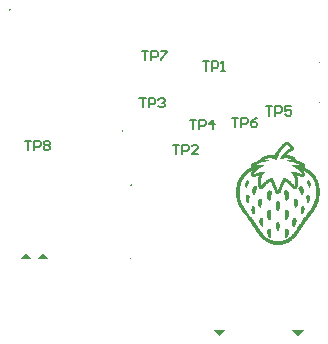
<source format=gto>
G04*
G04 #@! TF.GenerationSoftware,Altium Limited,Altium Designer,21.6.1 (37)*
G04*
G04 Layer_Color=65535*
%FSLAX44Y44*%
%MOMM*%
G71*
G04*
G04 #@! TF.SameCoordinates,EB5C24EC-25F4-4F86-8BBE-D8D07956753C*
G04*
G04*
G04 #@! TF.FilePolarity,Positive*
G04*
G01*
G75*
%ADD10C,0.1000*%
%ADD11C,0.1530*%
%ADD12C,0.1540*%
%ADD13C,0.1500*%
G36*
X94500Y82000D02*
X104500D01*
X99500Y87000D01*
X94500Y82000D01*
D02*
G37*
G36*
X108500D02*
X118500D01*
X113500Y87000D01*
X108500Y82000D01*
D02*
G37*
G36*
X268000Y22000D02*
X258000D01*
X263000Y17000D01*
X268000Y22000D01*
D02*
G37*
G36*
X334500D02*
X324500D01*
X329500Y17000D01*
X334500Y22000D01*
D02*
G37*
G36*
X320820Y181328D02*
X321098D01*
X321190Y181235D01*
X321283D01*
X321468Y181143D01*
X321838Y180865D01*
X322579Y180124D01*
X322949Y179754D01*
X323227Y179476D01*
X323412Y179291D01*
X323505Y179198D01*
X324153Y178550D01*
X324616Y178087D01*
X324986Y177717D01*
X325264Y177439D01*
X325542Y177069D01*
X325634Y176976D01*
X325727Y176698D01*
Y176606D01*
X325820Y176421D01*
Y176143D01*
Y175958D01*
Y175865D01*
Y175495D01*
X325727Y175310D01*
Y175032D01*
X325634Y174939D01*
Y174847D01*
X325171Y174291D01*
X325079Y174106D01*
X324986Y174014D01*
X324431Y173643D01*
X324153Y173551D01*
X324060Y173458D01*
X323320Y173088D01*
X322579Y172717D01*
X322024Y172440D01*
X321931Y172255D01*
X321838D01*
X321098Y171699D01*
X320450Y171143D01*
X320079Y170773D01*
X319894Y170588D01*
X319246Y169940D01*
X320079D01*
X321283Y169847D01*
X322394Y169662D01*
X322857Y169570D01*
X323227Y169477D01*
X323412Y169384D01*
X323505D01*
X324153Y169199D01*
X324709Y169107D01*
X325171Y168922D01*
X325542Y168829D01*
X325912Y168551D01*
X326097Y168459D01*
X326468Y168181D01*
X326653Y167903D01*
X326838Y167625D01*
X326931Y167533D01*
X327116Y167162D01*
X327301Y166792D01*
Y166607D01*
Y166514D01*
Y166422D01*
Y166329D01*
X327393Y166237D01*
X328134Y165959D01*
X328782Y165681D01*
X329338Y165403D01*
X329430Y165311D01*
X329523D01*
X330449Y164940D01*
X331282Y164663D01*
X331652Y164478D01*
X331837Y164385D01*
X332023Y164292D01*
X332115D01*
X332671Y163922D01*
X333134Y163644D01*
X333874Y163181D01*
X334245Y162996D01*
X334337Y162904D01*
X334707Y162626D01*
X334893Y162348D01*
X335078Y162163D01*
Y162070D01*
X335263Y161700D01*
X335356Y161330D01*
Y161052D01*
Y160959D01*
X335263Y160219D01*
X335170Y159941D01*
Y159848D01*
Y159756D01*
X335263Y159663D01*
X335448Y159571D01*
X335726Y159478D01*
X335911Y159385D01*
X336004Y159293D01*
X337392Y158460D01*
X338503Y157719D01*
X338966Y157441D01*
X339244Y157163D01*
X339429Y157071D01*
X339522Y156978D01*
X340725Y156145D01*
X341651Y155312D01*
X342021Y154942D01*
X342299Y154756D01*
X342392Y154571D01*
X342485Y154479D01*
X342855Y154108D01*
X343133Y153738D01*
X343318Y153368D01*
X343410Y153275D01*
X343781Y152812D01*
X344058Y152442D01*
X344151Y152257D01*
X344244Y152164D01*
X344429Y151794D01*
X344521Y151701D01*
Y151608D01*
X344892Y151146D01*
X344984Y151053D01*
Y150961D01*
X345632Y149664D01*
X346188Y148461D01*
X346373Y147998D01*
X346558Y147627D01*
X346651Y147442D01*
Y147350D01*
X347114Y145961D01*
X347391Y144572D01*
X347484Y144017D01*
Y143554D01*
X347576Y143183D01*
Y143091D01*
X347669Y142443D01*
Y141610D01*
Y140128D01*
Y139388D01*
Y138832D01*
Y138462D01*
Y138369D01*
Y137351D01*
Y136425D01*
X347576Y135592D01*
Y135036D01*
Y134481D01*
X347484Y134110D01*
Y133925D01*
Y133833D01*
X347206Y132444D01*
X346836Y131148D01*
X346743Y130592D01*
X346558Y130129D01*
X346465Y129852D01*
Y129759D01*
X345910Y128278D01*
X345632Y127629D01*
X345354Y127074D01*
X345169Y126611D01*
X344984Y126241D01*
X344799Y126056D01*
Y125963D01*
X344151Y124852D01*
X343410Y123741D01*
X343133Y123278D01*
X342855Y122908D01*
X342670Y122630D01*
X342577Y122537D01*
X341466Y120964D01*
X340818Y120130D01*
X340262Y119390D01*
X339799Y118742D01*
X339429Y118279D01*
X339151Y117908D01*
X339059Y117816D01*
X337578Y115964D01*
X336930Y115038D01*
X336374Y114298D01*
X335911Y113650D01*
X335541Y113187D01*
X335356Y112816D01*
X335263Y112724D01*
X333967Y110872D01*
X333319Y109946D01*
X332763Y109113D01*
X332300Y108372D01*
X331930Y107817D01*
X331745Y107446D01*
X331652Y107261D01*
X331189Y106521D01*
X331004Y106243D01*
X330912Y106150D01*
X330634Y105780D01*
X330541Y105410D01*
X330356Y105317D01*
Y105225D01*
X329615Y104206D01*
X328875Y103188D01*
X328227Y102354D01*
X327579Y101521D01*
X327023Y100966D01*
X326560Y100410D01*
X326282Y100132D01*
X326190Y100040D01*
X325449Y99207D01*
X324709Y98559D01*
X324060Y97910D01*
X323412Y97448D01*
X322949Y97077D01*
X322579Y96799D01*
X322394Y96707D01*
X322301Y96614D01*
X320450Y95781D01*
X319524Y95411D01*
X318691Y95133D01*
X317950Y94855D01*
X317395Y94763D01*
X317024Y94577D01*
X316839D01*
X315728Y94300D01*
X314710Y94207D01*
X313784Y94115D01*
X313043Y94022D01*
X311469D01*
X309247Y94300D01*
X308229Y94577D01*
X307395Y94763D01*
X306655Y94948D01*
X306007Y95133D01*
X305636Y95318D01*
X305544D01*
X304525Y95688D01*
X303692Y96151D01*
X302859Y96522D01*
X302211Y96985D01*
X301748Y97262D01*
X301285Y97540D01*
X301100Y97725D01*
X301007Y97818D01*
X299618Y99114D01*
X298970Y99762D01*
X298415Y100318D01*
X297952Y100780D01*
X297582Y101151D01*
X297397Y101429D01*
X297304Y101521D01*
X296656Y102354D01*
X296008Y103280D01*
X295360Y104206D01*
X294712Y105132D01*
X294156Y105965D01*
X293693Y106613D01*
X293416Y106983D01*
X293323Y107169D01*
X292675Y108280D01*
X292027Y109298D01*
X291379Y110224D01*
X290823Y110965D01*
X290360Y111613D01*
X289990Y112168D01*
X289805Y112446D01*
X289712Y112538D01*
X288509Y114298D01*
X287861Y115131D01*
X287398Y115871D01*
X286935Y116427D01*
X286564Y116982D01*
X286379Y117260D01*
X286287Y117353D01*
X284990Y119019D01*
X283879Y120501D01*
X282954Y121797D01*
X282213Y122815D01*
X281657Y123556D01*
X281194Y124111D01*
X281009Y124482D01*
X280917Y124574D01*
X279898Y126426D01*
X279435Y127259D01*
X279065Y128000D01*
X278787Y128648D01*
X278602Y129111D01*
X278417Y129481D01*
Y129574D01*
X278232Y130314D01*
X277954Y131055D01*
X277861Y131611D01*
X277769Y131703D01*
Y131796D01*
X277584Y132722D01*
X277491Y133370D01*
X277399Y133740D01*
Y133925D01*
X277306Y134573D01*
Y135314D01*
X277213Y136703D01*
X277121Y137351D01*
Y137906D01*
Y138277D01*
Y138369D01*
Y139388D01*
Y140406D01*
X277213Y141147D01*
Y141887D01*
Y142350D01*
X277306Y142813D01*
Y142998D01*
Y143091D01*
X277491Y143924D01*
X277584Y144665D01*
X277676Y145220D01*
Y145313D01*
Y145406D01*
X277861Y146239D01*
X278047Y146887D01*
X278232Y147257D01*
Y147442D01*
X278510Y148090D01*
X278787Y148646D01*
X278880Y149016D01*
X278972Y149201D01*
X279250Y149850D01*
X279435Y150220D01*
X279621Y150498D01*
Y150590D01*
X279713Y150683D01*
X279806Y150868D01*
X279898Y150961D01*
Y151053D01*
X280269Y151608D01*
X280454Y151701D01*
Y151794D01*
X280824Y152442D01*
X281194Y152905D01*
X281380Y153275D01*
X281472Y153368D01*
X281843Y153830D01*
X282213Y154293D01*
X282583Y154664D01*
X282676Y154756D01*
X283694Y155682D01*
X284713Y156515D01*
X285083Y156793D01*
X285361Y157071D01*
X285546Y157163D01*
X285639Y157256D01*
X286842Y158182D01*
X287953Y158830D01*
X288416Y159015D01*
X288786Y159200D01*
X289064Y159385D01*
X289157D01*
X289434Y159478D01*
X289527Y159571D01*
X289620Y159663D01*
X289712Y159756D01*
Y159848D01*
X289620Y160311D01*
X289527Y160404D01*
Y160497D01*
Y160774D01*
Y160959D01*
Y161145D01*
X289620Y161515D01*
X289712Y161885D01*
X289805Y162070D01*
Y162163D01*
X290175Y162719D01*
X290360Y162811D01*
Y162904D01*
X290731Y163089D01*
X291194Y163367D01*
X292304Y163922D01*
X292767Y164200D01*
X293230Y164385D01*
X293508Y164478D01*
X293601Y164570D01*
X294527Y164940D01*
X295267Y165311D01*
X295915Y165589D01*
X296378Y165774D01*
X296749Y165959D01*
X297119Y166052D01*
X297211Y166144D01*
X297304D01*
X297489Y166237D01*
X297582Y166422D01*
Y166607D01*
X297674Y167070D01*
X297859Y167533D01*
X297952Y167718D01*
X298045Y167811D01*
X298693Y168366D01*
X298878Y168459D01*
X298970Y168551D01*
X299248Y168644D01*
X299526Y168736D01*
X300267Y169014D01*
X300822Y169107D01*
X301007Y169199D01*
X301100D01*
X302211Y169477D01*
X303044Y169662D01*
X303414Y169755D01*
X303692Y169847D01*
X303877D01*
X304525Y169940D01*
X306655D01*
X307210Y169847D01*
X307581Y169755D01*
X307858D01*
X307951Y169662D01*
X308692D01*
X308784Y169570D01*
X308877D01*
X309432Y169477D01*
X309525Y169384D01*
X309618D01*
X309710Y169477D01*
Y169570D01*
X309895Y170033D01*
X309988Y170125D01*
Y170218D01*
X311006Y172347D01*
X311562Y173273D01*
X312117Y174106D01*
X312580Y174754D01*
X312950Y175217D01*
X313136Y175588D01*
X313228Y175680D01*
X314802Y177532D01*
X315543Y178272D01*
X316283Y179013D01*
X316931Y179569D01*
X317487Y180032D01*
X317857Y180309D01*
X317950Y180402D01*
X318413Y180680D01*
X318691Y180865D01*
X318876Y181050D01*
X318968D01*
X319246Y181235D01*
X319524Y181328D01*
X319709D01*
X319987Y181420D01*
X320450D01*
X320820Y181328D01*
D02*
G37*
%LPC*%
G36*
X320265Y178828D02*
X320079Y178735D01*
X319894Y178550D01*
X319617Y178365D01*
X319524Y178272D01*
X319061Y177902D01*
X318691Y177624D01*
X318505Y177439D01*
X318413Y177347D01*
X317487Y176513D01*
X316746Y175680D01*
X316006Y174847D01*
X315358Y174106D01*
X314895Y173458D01*
X314524Y172995D01*
X314339Y172625D01*
X314247Y172532D01*
X313136Y170495D01*
X312673Y169570D01*
X312302Y168644D01*
X312025Y167903D01*
X311840Y167348D01*
X311654Y166977D01*
Y166792D01*
X311469Y166329D01*
X311377Y166237D01*
Y166144D01*
X311284Y165866D01*
Y165774D01*
X311191Y165866D01*
X311006D01*
X310821Y165959D01*
X310636Y166052D01*
X310451Y166144D01*
X310358D01*
X309710Y166422D01*
X309062Y166700D01*
X308599Y166792D01*
X308507Y166885D01*
X308414D01*
X307673Y167162D01*
X306933Y167255D01*
X306377Y167348D01*
X305266D01*
X304896Y167255D01*
X304062D01*
X303600Y167162D01*
X303229Y167070D01*
X303137D01*
X302674Y166885D01*
X302211Y166792D01*
X301840Y166700D01*
X301655Y166607D01*
X301100Y166514D01*
X300822Y166422D01*
X301007D01*
X301100Y166329D01*
X301192D01*
X301563Y166237D01*
X302303D01*
X303414Y166052D01*
X304248Y165774D01*
X304711Y165681D01*
X304896Y165589D01*
X305544Y165403D01*
X305914Y165126D01*
X306192Y165033D01*
X306285Y164940D01*
X306470Y164755D01*
Y164663D01*
Y164570D01*
X306377D01*
X306099Y164663D01*
X305822D01*
X304340Y164755D01*
X303044D01*
X302396Y164663D01*
X301933D01*
X301655Y164570D01*
X301563D01*
X299896Y164200D01*
X299063Y163922D01*
X298322Y163737D01*
X297767Y163459D01*
X297211Y163274D01*
X296934Y163181D01*
X296841Y163089D01*
X295915Y162719D01*
X295082Y162441D01*
X294712Y162256D01*
X294434Y162070D01*
X294249Y161978D01*
X294156D01*
X293693Y161700D01*
X293323Y161515D01*
X293138Y161422D01*
X292953Y161330D01*
X292860Y161237D01*
X293230D01*
X293878Y161330D01*
X294249D01*
X295360Y161422D01*
X299156D01*
X299618Y161330D01*
X300081D01*
X300452Y161237D01*
X300730Y161145D01*
X300915Y161052D01*
X300822Y160959D01*
X300637Y160867D01*
X300359Y160774D01*
X300267D01*
X298970Y160219D01*
X297767Y159571D01*
X297304Y159385D01*
X296934Y159108D01*
X296749Y159015D01*
X296656Y158923D01*
X295545Y158089D01*
X294619Y157256D01*
X294249Y156886D01*
X293971Y156608D01*
X293878Y156423D01*
X293786Y156330D01*
X293416Y155867D01*
X293045Y155404D01*
X292767Y155127D01*
X292675Y154942D01*
X292397Y154479D01*
X292212Y154201D01*
Y154108D01*
X292304D01*
X292397Y154201D01*
X292490D01*
X292953Y154386D01*
X293508Y154571D01*
X293971Y154664D01*
X294063Y154756D01*
X294156D01*
X295082Y155034D01*
X295730Y155219D01*
X296100Y155312D01*
X296285D01*
X297397Y155497D01*
X298507Y155590D01*
X298878Y155682D01*
X301285D01*
X301192Y155497D01*
X301100Y155404D01*
X300915Y155127D01*
X300822Y155034D01*
X300730D01*
X300452Y154571D01*
X300174Y154201D01*
X299896Y153830D01*
X299804Y153738D01*
X299433Y153275D01*
X299248Y152812D01*
X299063Y152534D01*
Y152442D01*
X298970Y152164D01*
X298785Y151886D01*
X298693Y151701D01*
Y151608D01*
X298415Y150868D01*
X298322Y150590D01*
Y150498D01*
X298045Y149572D01*
X297952Y148646D01*
X297859Y148275D01*
Y147905D01*
Y147720D01*
Y147627D01*
X297952Y146424D01*
X298045Y145498D01*
X298137Y145128D01*
Y144850D01*
X298230Y144665D01*
Y144572D01*
X298322Y144387D01*
Y144295D01*
X298415Y144202D01*
Y144295D01*
X298507Y144387D01*
X298600Y144480D01*
X298878Y144850D01*
X299156Y145220D01*
X299341Y145498D01*
X299433Y145591D01*
X299896Y146146D01*
X300267Y146609D01*
X300544Y146887D01*
X300637Y146979D01*
X301378Y147627D01*
X302026Y148183D01*
X302489Y148553D01*
X302581Y148646D01*
X302674D01*
X303507Y149201D01*
X304248Y149664D01*
X304803Y149942D01*
X304896Y150035D01*
X304988D01*
X305451Y150220D01*
X305914Y150405D01*
X306285Y150498D01*
X306470Y150590D01*
X307118Y150868D01*
X307488Y151053D01*
X307673Y151146D01*
X307951D01*
X308229Y150498D01*
X308321Y150035D01*
X308414Y149850D01*
Y149757D01*
X308692Y149201D01*
X308784Y149016D01*
Y148924D01*
X309155Y148090D01*
X309432Y147442D01*
X309618Y146979D01*
X309710Y146887D01*
Y146794D01*
X309988Y146146D01*
X310173Y145683D01*
X310266Y145313D01*
Y145220D01*
X310543Y144757D01*
X310636Y144665D01*
Y144572D01*
X310914Y144017D01*
X311006Y143832D01*
Y143739D01*
X311377Y142906D01*
X311562Y142165D01*
X311747Y141610D01*
X311840Y141517D01*
Y141424D01*
X312025Y141054D01*
X312117Y140776D01*
X312210Y140406D01*
X312302Y140221D01*
X312395D01*
X312488Y140313D01*
X312580Y140499D01*
Y140591D01*
X312673Y140869D01*
X312858Y141147D01*
X313228Y141980D01*
X313321Y142350D01*
X313506Y142628D01*
X313599Y142813D01*
Y142906D01*
X313876Y143739D01*
X314247Y144480D01*
X314432Y145035D01*
X314524Y145128D01*
Y145220D01*
X314895Y146054D01*
X315173Y146702D01*
X315265Y147072D01*
X315358Y147165D01*
X315543Y147720D01*
X315728Y148183D01*
X315821Y148553D01*
X315913Y148646D01*
X316191Y149201D01*
X316376Y149572D01*
X316469Y149850D01*
Y149942D01*
X316931Y151146D01*
X317209D01*
X317487Y150961D01*
X317950Y150775D01*
X318228Y150683D01*
X318413Y150590D01*
X319061Y150312D01*
X319617Y150127D01*
X319987Y150035D01*
X320079Y149942D01*
X321376Y149109D01*
X322486Y148368D01*
X322949Y148090D01*
X323227Y147813D01*
X323412Y147720D01*
X323505Y147627D01*
X324616Y146609D01*
X325357Y145776D01*
X325634Y145406D01*
X325820Y145128D01*
X326005Y144943D01*
Y144850D01*
X326190Y144480D01*
X326282Y144387D01*
X326468Y144202D01*
Y144295D01*
X326560Y144572D01*
X326653Y144757D01*
X326838Y145683D01*
X326931Y146609D01*
Y147535D01*
Y148275D01*
Y148924D01*
X326838Y149387D01*
X326745Y149757D01*
Y149850D01*
X326468Y150775D01*
X326190Y151608D01*
X325820Y152349D01*
X325449Y153090D01*
X325171Y153645D01*
X324894Y154016D01*
X324709Y154293D01*
X324616Y154386D01*
X324338Y154664D01*
X324246Y154849D01*
X323968Y155127D01*
X323875Y155219D01*
X323783Y155312D01*
X323690Y155404D01*
X323597Y155590D01*
X323690Y155682D01*
X325079D01*
X326190Y155590D01*
X327208Y155497D01*
X327579Y155404D01*
X327949D01*
X328134Y155312D01*
X328227D01*
X328875Y155219D01*
X329430Y155127D01*
X329801Y155034D01*
X329893D01*
X330541Y154849D01*
X331097Y154664D01*
X331467Y154479D01*
X331652Y154386D01*
X332023Y154293D01*
X332300D01*
X332393Y154201D01*
X332486D01*
X332671Y154108D01*
X332763D01*
X332671Y154201D01*
X332578Y154293D01*
X332393Y154756D01*
X332300Y154849D01*
Y154942D01*
X331189Y156330D01*
X330078Y157349D01*
X329615Y157812D01*
X329338Y158089D01*
X329060Y158274D01*
X328967Y158367D01*
X327486Y159385D01*
X326190Y160126D01*
X325542Y160311D01*
X325079Y160497D01*
X324801Y160682D01*
X324709D01*
X324338Y160774D01*
X324246Y160867D01*
X324153D01*
X323968Y160959D01*
Y161052D01*
X324060Y161145D01*
X324338Y161237D01*
X324709Y161330D01*
X324894D01*
X325727Y161422D01*
X326560Y161515D01*
X328597D01*
X328967Y161422D01*
X329708D01*
X330541Y161330D01*
X330912D01*
X331189Y161237D01*
X332115D01*
X332023Y161330D01*
X331837D01*
X331375Y161607D01*
X331189Y161700D01*
X331097D01*
X329801Y162348D01*
X328597Y162811D01*
X327486Y163274D01*
X326560Y163644D01*
X325727Y163829D01*
X325171Y164015D01*
X324709Y164200D01*
X324616D01*
X323597Y164478D01*
X322579Y164570D01*
X321653Y164663D01*
X320820Y164755D01*
X320172D01*
X319709Y164663D01*
X318413D01*
Y164755D01*
Y164848D01*
X318505Y164940D01*
X318968Y165218D01*
X319153Y165311D01*
X319246D01*
X319709Y165496D01*
X320079Y165681D01*
X320450Y165774D01*
X320542D01*
X321190Y165959D01*
X321838Y166052D01*
X322394Y166237D01*
X323042D01*
X323412Y166329D01*
X323690D01*
X323875Y166422D01*
X324060D01*
X323968Y166514D01*
X323597Y166607D01*
X323320Y166700D01*
X323135D01*
X322486Y166885D01*
X321931Y166977D01*
X321653Y167070D01*
X321561D01*
X321190Y167162D01*
X320820Y167255D01*
X320542D01*
X320172Y167348D01*
X318598D01*
X318043Y167255D01*
X317672Y167162D01*
X317580D01*
X316931Y167070D01*
X316191Y166885D01*
X315635Y166700D01*
X315450Y166607D01*
X315358D01*
X314987Y166514D01*
X314617Y166422D01*
X314432Y166329D01*
X313969D01*
X313876Y166422D01*
X313969Y166607D01*
X314062Y166700D01*
Y166792D01*
Y166885D01*
X314154Y167070D01*
X314247Y167162D01*
X314339Y167440D01*
X314432Y167625D01*
X314524Y167718D01*
X314802Y168181D01*
X314987Y168551D01*
X315173Y168736D01*
Y168829D01*
X316191Y170403D01*
X316746Y171143D01*
X317302Y171699D01*
X317765Y172162D01*
X318135Y172625D01*
X318320Y172810D01*
X318413Y172903D01*
X319894Y174106D01*
X320635Y174569D01*
X321190Y175032D01*
X321746Y175310D01*
X322116Y175495D01*
X322394Y175680D01*
X322486D01*
X323042Y175958D01*
X321653Y177347D01*
X321190Y177810D01*
X320913Y178087D01*
X320728Y178272D01*
X320635Y178365D01*
X320450Y178643D01*
X320357Y178735D01*
X320265Y178828D01*
D02*
G37*
G36*
X334337Y156701D02*
Y156608D01*
Y156515D01*
X334430Y156423D01*
Y156330D01*
X334615Y156145D01*
X334707Y155867D01*
X334893Y155682D01*
Y155590D01*
X335263Y155034D01*
X335356Y154849D01*
Y154756D01*
X335541Y154108D01*
Y153830D01*
Y153738D01*
X335448Y153090D01*
X335356Y152812D01*
Y152719D01*
X334985Y152257D01*
X334893Y152164D01*
X334800Y152072D01*
X334615Y151886D01*
X334430Y151701D01*
X334245Y151608D01*
X334152D01*
X333782Y151423D01*
X333596Y151331D01*
X332393D01*
X332208Y151423D01*
X331930Y151516D01*
X331745Y151701D01*
X331652D01*
X331189Y151886D01*
X330634Y151979D01*
X330171Y152164D01*
X329986D01*
X329615Y152257D01*
X329338Y152349D01*
X328967Y152534D01*
X328782D01*
X328875Y152442D01*
Y152349D01*
Y152257D01*
X328967Y151886D01*
X329060Y151794D01*
Y151701D01*
X329245Y150961D01*
X329338Y150312D01*
X329430Y149850D01*
Y149664D01*
X329523Y148924D01*
X329615Y148275D01*
Y147720D01*
Y147535D01*
Y147442D01*
Y146702D01*
Y146146D01*
X329523Y145683D01*
Y145591D01*
X329430Y145035D01*
X329338Y144480D01*
X329245Y144017D01*
Y143924D01*
Y143832D01*
X329060Y143183D01*
X328782Y142628D01*
X328690Y142350D01*
X328597Y142258D01*
X328041Y141702D01*
X327764Y141610D01*
X327671Y141517D01*
X327393Y141424D01*
X327023Y141332D01*
X326190D01*
X325912Y141424D01*
X325634D01*
X325171Y141795D01*
X324986Y141887D01*
X324894Y141980D01*
X324431Y142535D01*
X324338Y142628D01*
X324246Y142721D01*
X323690Y143554D01*
X323135Y144202D01*
X322764Y144665D01*
X322672Y144850D01*
X322579D01*
X321838Y145591D01*
X321098Y146239D01*
X320542Y146609D01*
X320357Y146702D01*
X320265D01*
X319987Y146887D01*
X319617Y147165D01*
X319339Y147257D01*
X319246Y147350D01*
X318876Y147535D01*
X318598Y147720D01*
X318505D01*
X318413Y147627D01*
X318320Y147535D01*
Y147257D01*
X318228Y147165D01*
X318135Y146979D01*
X318043Y146794D01*
X317950Y146609D01*
X317857Y146517D01*
X317580Y145868D01*
X317487Y145591D01*
Y145498D01*
X317117Y144665D01*
X316746Y143646D01*
X316561Y143276D01*
X316376Y142906D01*
X316283Y142721D01*
Y142628D01*
X315821Y141424D01*
X315543Y140591D01*
X315358Y140128D01*
X315265Y139943D01*
X314987Y139388D01*
X314895Y139202D01*
Y139110D01*
X314710Y138647D01*
X314617Y138554D01*
Y138462D01*
X314247Y137999D01*
X313784Y137721D01*
X313506Y137536D01*
X313321Y137443D01*
X312673Y137351D01*
X312117D01*
X311747Y137443D01*
X311562D01*
X311099Y137721D01*
X310914Y137814D01*
X310821D01*
X310451Y138091D01*
X310358Y138277D01*
X310266Y138369D01*
Y138554D01*
X309988Y139017D01*
X309803Y139573D01*
X309710Y139665D01*
Y139758D01*
X309247Y140962D01*
X308784Y142072D01*
X308599Y142535D01*
X308507Y142906D01*
X308321Y143091D01*
Y143183D01*
X307766Y144480D01*
X307395Y145498D01*
X307210Y145868D01*
X307118Y146146D01*
X307025Y146239D01*
Y146331D01*
X306840Y146794D01*
X306747Y147165D01*
X306562Y147350D01*
Y147535D01*
X306470Y147720D01*
X306285D01*
X306007Y147535D01*
X305729Y147442D01*
X305636Y147350D01*
X305173Y147072D01*
X304803Y146887D01*
X304525Y146702D01*
X304433Y146609D01*
X303600Y146054D01*
X302952Y145498D01*
X302489Y145128D01*
X302303Y144943D01*
X301655Y144202D01*
X301192Y143554D01*
X300822Y143091D01*
X300730Y142998D01*
Y142906D01*
X300359Y142258D01*
X299989Y141887D01*
X299711Y141702D01*
X299618Y141610D01*
X299156Y141424D01*
X298785Y141332D01*
X297674D01*
X297397Y141424D01*
X297304Y141517D01*
X297211D01*
X296749Y141887D01*
X296378Y142258D01*
X296193Y142535D01*
X296100Y142628D01*
X296008Y142998D01*
X295823Y143369D01*
X295637Y144202D01*
X295545Y144572D01*
Y144943D01*
X295452Y145128D01*
Y145220D01*
X295267Y146424D01*
Y147442D01*
Y147905D01*
Y148275D01*
Y148461D01*
Y148553D01*
X295452Y149850D01*
X295637Y150868D01*
X295730Y151238D01*
X295823Y151516D01*
X295915Y151701D01*
Y151794D01*
X296008Y152164D01*
Y152257D01*
X296100Y152442D01*
X295730D01*
X295360Y152349D01*
X295082Y152257D01*
X294989D01*
X294434Y152072D01*
X294156Y151979D01*
X294063D01*
X293508Y151794D01*
X293416Y151701D01*
X293323D01*
X292953Y151516D01*
X292582Y151423D01*
X292490Y151331D01*
X291286D01*
X290916Y151516D01*
X290823Y151608D01*
X290731D01*
X290175Y151886D01*
X290082Y152072D01*
X289990D01*
X289620Y152534D01*
X289527Y152719D01*
Y152812D01*
X289434Y153460D01*
X289342Y153645D01*
Y153738D01*
Y154108D01*
X289434Y154386D01*
X289527Y154479D01*
Y154571D01*
X289620Y154849D01*
X289712Y155127D01*
X289897Y155312D01*
Y155404D01*
X290082Y155775D01*
X290268Y156145D01*
X290453Y156423D01*
Y156515D01*
X290545Y156608D01*
Y156701D01*
X290360Y156608D01*
X290082Y156423D01*
X289712Y156238D01*
X289620Y156145D01*
X289064Y155867D01*
X288601Y155590D01*
X288323Y155404D01*
X288231Y155312D01*
X287120Y154479D01*
X286287Y153830D01*
X285916Y153460D01*
X285639Y153275D01*
X285546Y153182D01*
X285453Y153090D01*
X284620Y152257D01*
X283972Y151516D01*
X283602Y150868D01*
X283417Y150775D01*
Y150683D01*
X282676Y149572D01*
X282213Y148738D01*
X281935Y148275D01*
X281843Y148090D01*
X281565Y147442D01*
X281287Y146794D01*
X281194Y146331D01*
X281102Y146239D01*
Y146146D01*
X280824Y144943D01*
X280639Y143924D01*
X280546Y143554D01*
X280454Y143183D01*
Y142998D01*
Y142906D01*
X280361Y141610D01*
Y140406D01*
Y139851D01*
Y139388D01*
Y139110D01*
Y139017D01*
Y137999D01*
X280269Y136980D01*
Y136240D01*
X280361Y135499D01*
Y134944D01*
X280454Y134573D01*
Y134296D01*
Y134203D01*
X280732Y132907D01*
X281102Y131611D01*
X281287Y131148D01*
X281380Y130777D01*
X281472Y130500D01*
Y130407D01*
X282120Y128833D01*
X282491Y128092D01*
X282861Y127444D01*
X283139Y126981D01*
X283417Y126518D01*
X283509Y126241D01*
X283602Y126148D01*
X284157Y125315D01*
X284898Y124297D01*
X285639Y123186D01*
X286472Y122167D01*
X287212Y121149D01*
X287768Y120408D01*
X288138Y119853D01*
X288323Y119760D01*
Y119667D01*
X289157Y118649D01*
X289712Y117908D01*
X290175Y117353D01*
X290268Y117260D01*
Y117168D01*
X290545Y116797D01*
X290731Y116612D01*
X290916Y116242D01*
Y116149D01*
X291008Y116057D01*
X291101D01*
X291194Y115964D01*
X291379Y115686D01*
X291656Y115223D01*
X292027Y114853D01*
X292304Y114390D01*
X292582Y113927D01*
X292767Y113650D01*
X292860Y113557D01*
X294156Y111705D01*
X294712Y110779D01*
X295267Y109946D01*
X295637Y109206D01*
X296008Y108650D01*
X296193Y108280D01*
X296285Y108187D01*
X297304Y106706D01*
X297767Y106058D01*
X298137Y105595D01*
X298415Y105132D01*
X298693Y104854D01*
X298785Y104669D01*
X298878Y104576D01*
X299711Y103558D01*
X300452Y102632D01*
X300730Y102354D01*
X301007Y102077D01*
X301100Y101891D01*
X301192Y101799D01*
X301748Y101336D01*
X302211Y100873D01*
X302489Y100595D01*
X302581Y100503D01*
X303044Y100132D01*
X303414Y99855D01*
X303692Y99762D01*
X303785Y99670D01*
X304711Y99114D01*
X305636Y98651D01*
X306007Y98466D01*
X306285Y98281D01*
X306470Y98188D01*
X306562D01*
X307766Y97818D01*
X308877Y97540D01*
X309340Y97448D01*
X309710Y97355D01*
X309895Y97262D01*
X309988D01*
X310914Y97170D01*
X311654Y97077D01*
X312488D01*
X313506Y97170D01*
X314339Y97262D01*
X314895Y97355D01*
X315080D01*
X316283Y97633D01*
X317209Y97910D01*
X317580Y98003D01*
X317857Y98096D01*
X318043Y98188D01*
X318135D01*
X319246Y98651D01*
X320172Y99114D01*
X320542Y99299D01*
X320820Y99484D01*
X321005Y99577D01*
X321098D01*
X321376Y99855D01*
X321746Y100132D01*
X322024Y100318D01*
X322116Y100410D01*
X322672Y100873D01*
X323227Y101336D01*
X323597Y101706D01*
X323690Y101799D01*
X324246Y102447D01*
X324709Y103003D01*
X325079Y103373D01*
X325171Y103465D01*
X325727Y104206D01*
X326282Y104854D01*
X326653Y105502D01*
X326838Y105595D01*
Y105687D01*
X327116Y106058D01*
X327393Y106521D01*
X327671Y106798D01*
X327764Y106983D01*
X328227Y107724D01*
X328597Y108280D01*
X328875Y108650D01*
X328967Y108835D01*
X329245Y109206D01*
X329523Y109761D01*
X330263Y110779D01*
X330541Y111335D01*
X330819Y111705D01*
X331004Y111983D01*
X331097Y112076D01*
X331652Y112909D01*
X332115Y113557D01*
X332393Y114020D01*
X332671Y114483D01*
X332948Y114761D01*
X333041Y114946D01*
X333134Y115131D01*
X333504Y115686D01*
X333689Y115871D01*
Y115964D01*
X333967Y116242D01*
X334059Y116334D01*
X334152Y116427D01*
X334337Y116797D01*
X334615Y117260D01*
X334985Y117631D01*
X335078Y117816D01*
X335818Y118742D01*
X336467Y119575D01*
X336744Y119945D01*
X336930Y120130D01*
X337022Y120316D01*
X337115Y120408D01*
X338133Y121797D01*
X339059Y122908D01*
X339707Y123926D01*
X340355Y124760D01*
X340725Y125407D01*
X341096Y125871D01*
X341188Y126148D01*
X341281Y126241D01*
X342114Y127722D01*
X342485Y128463D01*
X342762Y129018D01*
X343040Y129574D01*
X343225Y129944D01*
X343318Y130222D01*
Y130314D01*
X343781Y131796D01*
X343966Y132444D01*
X344151Y133092D01*
X344244Y133555D01*
Y133925D01*
X344336Y134110D01*
Y134203D01*
X344429Y134944D01*
X344521Y135777D01*
X344706Y137351D01*
Y137999D01*
Y138554D01*
Y138925D01*
Y139017D01*
Y140036D01*
X344614Y140869D01*
Y141702D01*
X344521Y142350D01*
X344429Y142906D01*
Y143276D01*
X344336Y143554D01*
Y143646D01*
X344058Y145035D01*
X343966Y145683D01*
X343781Y146239D01*
X343596Y146609D01*
X343503Y146979D01*
X343410Y147165D01*
Y147257D01*
X343225Y147720D01*
X343040Y148090D01*
X342947Y148183D01*
Y148275D01*
X342855Y148553D01*
X342670Y148831D01*
X342485Y149016D01*
X342392Y149109D01*
X342114Y149664D01*
X342021Y149757D01*
X341929Y149850D01*
X341744Y150312D01*
X341651Y150498D01*
X341003Y151423D01*
X340355Y152164D01*
X339799Y152719D01*
X339707Y152812D01*
X339614Y152905D01*
X338596Y153830D01*
X337670Y154571D01*
X337300Y154849D01*
X337022Y155034D01*
X336837Y155219D01*
X336744D01*
X336281Y155497D01*
X335818Y155867D01*
X335448Y156053D01*
X335263Y156145D01*
X334707Y156515D01*
X334430Y156608D01*
X334337Y156701D01*
D02*
G37*
%LPD*%
G36*
X287120Y148461D02*
X287212D01*
X287490Y148368D01*
X287768Y148183D01*
X287861Y148090D01*
X287953Y147998D01*
X288046Y147720D01*
Y147627D01*
X288138Y147350D01*
Y147257D01*
Y147165D01*
X288046Y146702D01*
X287953Y146517D01*
Y146424D01*
X287768Y146054D01*
X287583Y145591D01*
X287305Y145220D01*
X287212Y145128D01*
Y145035D01*
X286935Y144572D01*
X286842Y144387D01*
Y144295D01*
X286657Y143739D01*
X286564Y143554D01*
Y143461D01*
X286287Y142998D01*
X286101Y142628D01*
X286009Y142443D01*
X285731D01*
X285546Y142535D01*
X285361Y142628D01*
X285268Y142721D01*
X284990Y143183D01*
X284898Y143646D01*
X284713Y144017D01*
Y144202D01*
Y144943D01*
Y145591D01*
X284805Y146054D01*
Y146239D01*
X284898Y146609D01*
X284990Y146979D01*
X285083Y147165D01*
Y147257D01*
X285361Y147813D01*
X285546Y147905D01*
Y147998D01*
X285824Y148183D01*
X285916Y148275D01*
X286009Y148368D01*
X286287Y148461D01*
X286472Y148553D01*
X287027D01*
X287120Y148461D01*
D02*
G37*
G36*
X338689D02*
X338874Y148368D01*
X338966Y148275D01*
X339337Y147998D01*
X339522Y147627D01*
X339707Y147350D01*
X339799Y147257D01*
X340077Y146331D01*
X340170Y145498D01*
Y145035D01*
Y144757D01*
Y144572D01*
Y144480D01*
X340077Y143924D01*
X339985Y143461D01*
X339799Y143091D01*
X339707Y142813D01*
X339429Y142535D01*
X339337Y142443D01*
X339059Y142350D01*
X338966D01*
Y142443D01*
X338874Y142535D01*
X338689Y142721D01*
X338596Y142813D01*
X338503Y143183D01*
X338411Y143369D01*
X338318Y143646D01*
X338226Y143924D01*
X338133Y144202D01*
X338041Y144295D01*
X337855Y144757D01*
X337670Y145128D01*
X337578Y145313D01*
X337485Y145406D01*
X337207Y145961D01*
X337022Y146331D01*
X336837Y146517D01*
Y146609D01*
X336744Y146979D01*
Y147072D01*
X336837Y147535D01*
Y147720D01*
X337022Y148090D01*
X337207Y148275D01*
X337485Y148461D01*
X337578D01*
X337855Y148553D01*
X338411D01*
X338689Y148461D01*
D02*
G37*
G36*
X332115Y144109D02*
X332486Y143832D01*
X332671Y143739D01*
X333319Y143091D01*
X333689Y142350D01*
X333967Y141795D01*
X334059Y141610D01*
Y141517D01*
X334152Y141054D01*
Y140499D01*
Y140128D01*
Y140036D01*
Y139943D01*
Y139202D01*
Y138647D01*
X334059Y138277D01*
Y138184D01*
X333967Y137814D01*
X333782Y137443D01*
X333689Y137166D01*
X333596Y137073D01*
X333411Y136703D01*
X333226Y136425D01*
X333134Y136332D01*
Y136240D01*
X332948Y136147D01*
X332856Y136055D01*
X332763D01*
X332578Y136147D01*
X332393Y136240D01*
X332300Y136332D01*
X332115Y136703D01*
X331930Y137166D01*
X331745Y137536D01*
X331652Y137721D01*
X331560Y137999D01*
X331467Y138277D01*
X331375Y138554D01*
X331282Y138647D01*
X331097Y139202D01*
X330912Y139573D01*
X330819Y139851D01*
X330726Y139943D01*
X330356Y140684D01*
X330171Y141147D01*
X329986Y141424D01*
Y141517D01*
X329801Y142165D01*
Y142350D01*
Y142443D01*
X329893Y142813D01*
X329986Y142998D01*
X330078Y143183D01*
X330171Y143276D01*
X330726Y143832D01*
X330912Y144017D01*
X331004Y144109D01*
X331282Y144202D01*
X331652D01*
X332115Y144109D01*
D02*
G37*
G36*
X293878Y144017D02*
X294249Y143832D01*
X294341Y143739D01*
X294804Y143276D01*
X294989Y142906D01*
X295082Y142535D01*
Y142443D01*
X294989Y141795D01*
X294897Y141610D01*
Y141517D01*
X294712Y141147D01*
X294527Y140684D01*
X294249Y140221D01*
X294156Y140128D01*
Y140036D01*
X293971Y139573D01*
X293786Y139202D01*
X293693Y138925D01*
X293601Y138832D01*
X293508Y138462D01*
X293416Y138091D01*
X293323Y137999D01*
Y137906D01*
X293045Y137351D01*
X292953Y136980D01*
X292767Y136795D01*
Y136703D01*
X292582Y136332D01*
X292490Y136240D01*
X292304Y136055D01*
X292212D01*
X292027Y136147D01*
X291842D01*
X291564Y136517D01*
X291379Y136888D01*
X291194Y137166D01*
X291101Y137258D01*
X290916Y137814D01*
X290823Y138462D01*
X290731Y138832D01*
Y139017D01*
Y140313D01*
X290823Y141332D01*
X290916Y141702D01*
X291008Y141980D01*
X291101Y142165D01*
Y142258D01*
X291379Y142721D01*
X291656Y143183D01*
X292212Y143739D01*
X292675Y144017D01*
X292860Y144109D01*
X293416Y144202D01*
X293878Y144017D01*
D02*
G37*
G36*
X306007Y140128D02*
X306377Y139943D01*
X306655Y139758D01*
X306747Y139665D01*
X307118Y139295D01*
X307303Y139017D01*
X307395Y138740D01*
Y138647D01*
Y137999D01*
Y137721D01*
Y137628D01*
X307303Y137166D01*
X307118Y136610D01*
X306933Y136055D01*
X306840Y135962D01*
Y135869D01*
X306747Y135407D01*
X306562Y134944D01*
X306470Y134666D01*
Y134481D01*
X306377Y133925D01*
X306285Y133555D01*
X306192Y133277D01*
Y133184D01*
X306099Y132351D01*
X305914Y131796D01*
X305822Y131518D01*
Y131425D01*
X305636Y131240D01*
X305173D01*
X304896Y131333D01*
X304711Y131518D01*
X304525Y131703D01*
X304433Y131796D01*
X304062Y132536D01*
X303970Y132814D01*
X303877Y132907D01*
X303507Y133647D01*
X303322Y134481D01*
X303137Y135129D01*
X303044Y135777D01*
Y136332D01*
Y136795D01*
Y137073D01*
Y137166D01*
X303229Y137999D01*
X303414Y138647D01*
X303692Y139110D01*
X303970Y139480D01*
X304248Y139758D01*
X304525Y140036D01*
X304618Y140128D01*
X304988D01*
X305359Y140221D01*
X305544D01*
X306007Y140128D01*
D02*
G37*
G36*
X320079D02*
X320172Y140036D01*
X320265D01*
X320635Y139851D01*
X320820Y139573D01*
X321005Y139388D01*
X321098Y139295D01*
X321376Y138925D01*
X321561Y138554D01*
X321746Y138184D01*
Y138091D01*
X321838Y137536D01*
Y137073D01*
Y136703D01*
Y136517D01*
Y135869D01*
Y135314D01*
X321746Y134944D01*
Y134758D01*
X321561Y134110D01*
X321376Y133462D01*
X321190Y133092D01*
X321098Y132907D01*
X320820Y132351D01*
X320542Y131981D01*
X320357Y131796D01*
X320265Y131703D01*
X319987Y131425D01*
X319802Y131240D01*
X319709Y131148D01*
X319617D01*
X319246Y131240D01*
X319153Y131333D01*
X319061Y131611D01*
X318968Y131796D01*
X318876Y132166D01*
X318783Y132722D01*
X318691Y133184D01*
Y133277D01*
Y133370D01*
X318598Y133740D01*
X318505Y134110D01*
X318413Y134481D01*
Y134573D01*
X318320Y135129D01*
X318135Y135499D01*
X318043Y135777D01*
Y135869D01*
X317857Y136425D01*
X317672Y136888D01*
X317487Y137628D01*
X317395Y137999D01*
Y138091D01*
X317487Y138554D01*
X317580Y138925D01*
X317672Y139202D01*
Y139295D01*
X318043Y139573D01*
X318228Y139665D01*
X318598Y140036D01*
X318783Y140128D01*
X319339Y140221D01*
X319524D01*
X320079Y140128D01*
D02*
G37*
G36*
X338411Y136517D02*
X338503Y136425D01*
X339059Y136055D01*
X339429Y135499D01*
X339614Y135036D01*
X339707Y134944D01*
Y134851D01*
X339799Y133925D01*
Y133092D01*
X339707Y132722D01*
Y132444D01*
X339614Y132259D01*
Y132166D01*
X339429Y131425D01*
X339151Y130777D01*
X338966Y130407D01*
X338874Y130222D01*
X338503Y129759D01*
X338133Y129481D01*
X337948Y129296D01*
X337578D01*
X337485Y129389D01*
X337300Y129481D01*
X337207Y129852D01*
X337115Y130314D01*
X337022Y130685D01*
Y130870D01*
Y131611D01*
X336930Y131888D01*
Y131981D01*
X336837Y132444D01*
X336744Y132814D01*
X336652Y132999D01*
Y133092D01*
X336559Y133833D01*
X336467Y134388D01*
X336374Y134758D01*
Y134851D01*
Y135314D01*
X336467Y135592D01*
X336559Y135684D01*
Y135777D01*
X336744Y136055D01*
X336930Y136147D01*
X337392Y136425D01*
X337485Y136517D01*
X337578D01*
X337948Y136610D01*
X338041D01*
X338411Y136517D01*
D02*
G37*
G36*
X287583Y136425D02*
X287768Y136332D01*
X287861Y136240D01*
X288231Y135962D01*
X288323Y135592D01*
X288416Y135314D01*
Y135221D01*
Y134666D01*
X288323Y133925D01*
X288231Y133370D01*
Y133277D01*
Y133184D01*
X288046Y132444D01*
X287953Y132166D01*
Y132073D01*
X287861Y131611D01*
Y131240D01*
Y130962D01*
Y130870D01*
X287768Y130222D01*
X287675Y129759D01*
X287583Y129574D01*
Y129481D01*
X287490Y129296D01*
X287027D01*
X286749Y129481D01*
X286379Y129759D01*
X286101Y130129D01*
X286009Y130222D01*
X285639Y130870D01*
X285453Y131425D01*
X285268Y131888D01*
Y132073D01*
X285176Y132536D01*
X285083Y132999D01*
X284990Y133370D01*
Y133462D01*
Y134018D01*
X285083Y134388D01*
X285176Y134666D01*
Y134758D01*
X285268Y135129D01*
Y135407D01*
X285361Y135499D01*
Y135592D01*
X285546Y135777D01*
X285731D01*
Y135869D01*
X285824Y136055D01*
X285916Y136147D01*
X286194Y136332D01*
X286379Y136425D01*
X286564Y136517D01*
X287212D01*
X287583Y136425D01*
D02*
G37*
G36*
X328041Y133092D02*
X328227Y132999D01*
X328412Y132814D01*
X328597Y132722D01*
Y132629D01*
X329060Y132166D01*
X329152Y132073D01*
Y131981D01*
X329338Y131425D01*
X329430Y130962D01*
Y130592D01*
Y130407D01*
Y129852D01*
Y129296D01*
X329338Y128926D01*
Y128833D01*
X329060Y127815D01*
X328690Y126981D01*
X328319Y126333D01*
X328227Y126241D01*
Y126148D01*
X327949Y125778D01*
X327671Y125593D01*
X327486Y125407D01*
X326931D01*
X326838Y125500D01*
X326745Y125685D01*
X326653Y125778D01*
Y125871D01*
X326560Y126241D01*
X326468Y126704D01*
X326375Y126981D01*
Y127167D01*
Y127629D01*
X326282Y128000D01*
X326190Y128278D01*
Y128370D01*
X326097Y128833D01*
Y129203D01*
X326005Y129389D01*
Y129481D01*
X325912Y130129D01*
X325820Y130592D01*
X325727Y131055D01*
Y131333D01*
Y131796D01*
Y131888D01*
X325912Y132351D01*
X326190Y132722D01*
X326560Y132907D01*
X326653Y132999D01*
X327208Y133184D01*
X327856D01*
X328041Y133092D01*
D02*
G37*
G36*
X297952D02*
X298137Y132999D01*
X298230D01*
X298693Y132629D01*
X298970Y132351D01*
X299156Y131981D01*
Y131888D01*
Y131611D01*
Y131240D01*
X299063Y130407D01*
X298970Y130037D01*
Y129759D01*
X298878Y129574D01*
Y129481D01*
X298785Y129111D01*
X298693Y128741D01*
X298600Y128370D01*
Y128278D01*
X298507Y127815D01*
Y127444D01*
Y127259D01*
Y127167D01*
X298415Y126518D01*
X298230Y126056D01*
X298137Y125871D01*
Y125778D01*
X298045Y125593D01*
X297952Y125407D01*
X297859Y125315D01*
X297767D01*
X297397Y125500D01*
X297026Y125778D01*
X296656Y126056D01*
X296563Y126241D01*
X296193Y126981D01*
X295823Y127629D01*
X295730Y128185D01*
X295637Y128278D01*
Y128370D01*
X295545Y128833D01*
X295452Y129296D01*
Y129666D01*
Y129852D01*
Y130500D01*
X295545Y130962D01*
Y131240D01*
Y131333D01*
X295730Y131796D01*
X295823Y132073D01*
X296008Y132259D01*
Y132351D01*
X296285Y132629D01*
X296563Y132907D01*
X296749Y132999D01*
X296841Y133092D01*
X297211Y133184D01*
X297397D01*
X297952Y133092D01*
D02*
G37*
G36*
X312858Y131425D02*
X313136Y131333D01*
X313599Y130962D01*
X313876Y130500D01*
X313969Y130407D01*
Y130314D01*
X314154Y129296D01*
X314247Y128185D01*
Y127722D01*
X314154Y127352D01*
Y127074D01*
Y126981D01*
X314062Y126241D01*
X313969Y125500D01*
X313876Y124945D01*
X313691Y124482D01*
X313599Y124019D01*
X313506Y123741D01*
X313413Y123649D01*
Y123556D01*
X313228Y123186D01*
X313043Y122908D01*
X312765Y122723D01*
X312117D01*
X311932Y122815D01*
X311747Y123000D01*
X311469Y123463D01*
X311284Y123926D01*
X311191Y124019D01*
Y124111D01*
X311006Y125130D01*
X310821Y126056D01*
Y126426D01*
X310728Y126796D01*
Y126981D01*
Y127074D01*
X310636Y128185D01*
X310728Y129018D01*
X310821Y129574D01*
Y129759D01*
X311099Y130500D01*
X311377Y130962D01*
X311562Y131148D01*
X311654Y131240D01*
X311840Y131333D01*
X311932Y131425D01*
X312302Y131518D01*
X312488D01*
X312858Y131425D01*
D02*
G37*
G36*
X333596Y126889D02*
X333782Y126796D01*
X334059Y126704D01*
X334245Y126518D01*
X334430Y126426D01*
Y126333D01*
X334800Y125871D01*
X334893Y125685D01*
Y125593D01*
X334985Y125222D01*
Y124852D01*
Y124482D01*
Y124389D01*
Y123834D01*
X334893Y123463D01*
X334800Y123093D01*
Y123000D01*
X334522Y122075D01*
X334152Y121334D01*
X333874Y120871D01*
X333782Y120778D01*
Y120686D01*
X333226Y120130D01*
X332856Y119853D01*
X332578Y119760D01*
X332486D01*
X332300Y119853D01*
X332115Y119945D01*
X332023Y120038D01*
X331930Y120408D01*
Y120871D01*
Y121241D01*
Y121426D01*
Y122167D01*
X331837Y122445D01*
Y122537D01*
Y123000D01*
Y123371D01*
X331745Y123463D01*
Y123556D01*
X331652Y124204D01*
Y124667D01*
Y124945D01*
Y125037D01*
Y125500D01*
X331745Y125778D01*
Y125871D01*
Y125963D01*
X331930Y126333D01*
X332115Y126426D01*
X332578Y126704D01*
X332763Y126796D01*
X333226Y126981D01*
X333319D01*
X333596Y126889D01*
D02*
G37*
G36*
X292027D02*
X292582Y126611D01*
X292953Y126333D01*
X293138Y126056D01*
Y125963D01*
X293230Y125685D01*
Y125315D01*
Y124482D01*
Y124111D01*
X293138Y123834D01*
Y123649D01*
Y123556D01*
Y122815D01*
X293045Y122537D01*
Y122445D01*
X292953Y121982D01*
Y121612D01*
Y121426D01*
Y121334D01*
Y120686D01*
X292860Y120316D01*
X292767Y120130D01*
Y120038D01*
X292675Y119853D01*
X292582Y119760D01*
X292490D01*
X292119Y119853D01*
X291749Y120038D01*
X291379Y120316D01*
X291286Y120408D01*
X290823Y121056D01*
X290545Y121612D01*
X290360Y122075D01*
X290268Y122260D01*
X289990Y123186D01*
X289897Y123926D01*
Y124482D01*
Y124574D01*
Y124667D01*
X290082Y125500D01*
X290268Y126056D01*
X290453Y126426D01*
X290545Y126518D01*
X290731Y126611D01*
X290823Y126704D01*
X291008Y126796D01*
X291101Y126889D01*
X291471Y126981D01*
X291842D01*
X292027Y126889D01*
D02*
G37*
G36*
X320820Y123556D02*
X321190Y123278D01*
X321561Y122815D01*
X321746Y122630D01*
Y122537D01*
X322024Y121889D01*
X322116Y121149D01*
Y120408D01*
X322024Y119760D01*
X321931Y119112D01*
X321838Y118649D01*
X321746Y118279D01*
Y118186D01*
X321283Y117168D01*
X320820Y116427D01*
X320450Y115871D01*
X320265Y115779D01*
Y115686D01*
X319894Y115316D01*
X319617Y115131D01*
X319153Y114853D01*
X318783D01*
X318691Y114946D01*
X318598Y115131D01*
X318505Y115223D01*
Y115316D01*
Y115686D01*
Y116242D01*
X318413Y116705D01*
Y116797D01*
Y116890D01*
Y117445D01*
Y117908D01*
X318320Y118279D01*
Y118371D01*
Y118927D01*
Y119390D01*
X318228Y119667D01*
Y119760D01*
X318135Y120316D01*
X318043Y120871D01*
Y121519D01*
Y121982D01*
Y122075D01*
X318135Y122537D01*
X318320Y122815D01*
X318413Y123000D01*
X318505Y123093D01*
X318783Y123278D01*
X318876Y123371D01*
X319153Y123556D01*
X319246Y123649D01*
X319894Y123741D01*
X320357D01*
X320820Y123556D01*
D02*
G37*
G36*
X305266Y123649D02*
X305451Y123556D01*
X305544D01*
X305914Y123463D01*
X306099Y123371D01*
X306285Y123278D01*
Y123186D01*
X306562Y122815D01*
X306747Y122537D01*
X306840Y122167D01*
Y122075D01*
Y121797D01*
Y121426D01*
X306747Y120686D01*
Y120316D01*
X306655Y120038D01*
Y119853D01*
Y119760D01*
X306562Y119297D01*
Y118742D01*
X306470Y118464D01*
Y118279D01*
Y117723D01*
Y117168D01*
Y116797D01*
Y116705D01*
X306377Y116242D01*
Y115871D01*
Y115686D01*
Y115594D01*
Y115316D01*
Y115131D01*
X306285Y115038D01*
X306099Y114853D01*
X305451D01*
X305359Y114946D01*
X304896Y115316D01*
X304433Y115779D01*
X304155Y116149D01*
X304062Y116334D01*
X303600Y117075D01*
X303507Y117353D01*
X303414Y117445D01*
X303229Y117908D01*
X303044Y118279D01*
X302952Y118556D01*
Y118649D01*
X302859Y119205D01*
Y119667D01*
X302766Y120038D01*
Y120223D01*
Y120871D01*
Y121334D01*
Y121612D01*
Y121704D01*
X302952Y122167D01*
X303137Y122537D01*
X303229Y122815D01*
X303322Y122908D01*
X303600Y123278D01*
X303877Y123463D01*
X304062Y123649D01*
X304155D01*
X304340Y123741D01*
X304803D01*
X305266Y123649D01*
D02*
G37*
G36*
X327116Y116705D02*
X327208Y116612D01*
X327671Y116334D01*
X327949Y115964D01*
X328041Y115594D01*
X328134Y115501D01*
X328227Y114946D01*
X328319Y114390D01*
X328134Y113279D01*
X328041Y112816D01*
X327949Y112446D01*
X327856Y112168D01*
Y112076D01*
X327579Y111427D01*
X327208Y110779D01*
X326931Y110316D01*
X326653Y109946D01*
X326097Y109483D01*
X326005Y109298D01*
X325912D01*
X325542Y109113D01*
X325357Y109020D01*
X325079Y109113D01*
X324986Y109206D01*
X324801Y109298D01*
X324709Y111427D01*
Y112538D01*
Y113464D01*
Y114205D01*
Y114668D01*
Y114946D01*
Y115223D01*
Y115316D01*
X324801Y115594D01*
X324894Y115871D01*
X324986Y115964D01*
Y116057D01*
X325171Y116334D01*
X325264Y116427D01*
X325727Y116612D01*
X325820Y116705D01*
X325912D01*
X326375Y116797D01*
X326838D01*
X327116Y116705D01*
D02*
G37*
G36*
X299156D02*
X299433Y116520D01*
X299618Y116427D01*
X299711Y116334D01*
X299989Y116057D01*
X300081Y115779D01*
X300174Y115594D01*
Y115501D01*
Y115131D01*
Y114668D01*
Y114205D01*
Y114112D01*
Y114020D01*
Y113557D01*
Y113094D01*
Y112724D01*
Y112538D01*
Y111983D01*
Y111427D01*
Y111057D01*
Y110965D01*
Y109298D01*
X299989Y109206D01*
X299618Y109020D01*
X299526D01*
X299248Y109206D01*
X299156Y109298D01*
X299063D01*
X298600Y109668D01*
X298137Y110131D01*
X297859Y110409D01*
X297767Y110594D01*
X297397Y111242D01*
X297119Y111890D01*
X297026Y112261D01*
X296934Y112446D01*
Y112538D01*
X296841Y112631D01*
Y112816D01*
X296749Y112909D01*
Y113001D01*
Y113187D01*
X296656Y113279D01*
Y113372D01*
Y113835D01*
Y114020D01*
Y114390D01*
Y114575D01*
Y114761D01*
X296749Y115131D01*
Y115316D01*
X296934Y115686D01*
X297026Y115964D01*
X297119Y116149D01*
Y116242D01*
X297304Y116520D01*
X297489Y116612D01*
X297674Y116705D01*
X298045Y116797D01*
X298785D01*
X299156Y116705D01*
D02*
G37*
G36*
X312580Y113557D02*
X312950Y113464D01*
X313043Y113372D01*
X313228Y113187D01*
X313413Y113001D01*
X313691Y112446D01*
X313876Y111983D01*
Y111890D01*
Y111798D01*
X313969Y110872D01*
Y109854D01*
Y109483D01*
X313876Y109113D01*
Y108928D01*
Y108835D01*
X313691Y107909D01*
X313506Y107169D01*
X313413Y106798D01*
X313321Y106613D01*
X313043Y106150D01*
X312765Y105965D01*
X312580Y105872D01*
X312488D01*
X312117Y105965D01*
X311840Y106243D01*
X311654Y106521D01*
X311562Y106613D01*
X311377Y107261D01*
X311191Y107909D01*
X311099Y108465D01*
Y108557D01*
Y108650D01*
X311006Y109113D01*
Y109576D01*
X310914Y109946D01*
Y110039D01*
Y110502D01*
Y110687D01*
Y110779D01*
Y110872D01*
Y111057D01*
Y111150D01*
Y111427D01*
Y111613D01*
X311006Y112076D01*
Y112168D01*
X311191Y112538D01*
X311284Y112816D01*
X311469Y113001D01*
Y113094D01*
X311932Y113557D01*
X312025Y113650D01*
X312395D01*
X312580Y113557D01*
D02*
G37*
G36*
X320265Y107632D02*
X320542Y107539D01*
X320635D01*
X321005Y107261D01*
X321283Y106798D01*
X321468Y106521D01*
X321561Y106335D01*
X321653Y106058D01*
Y105965D01*
Y105872D01*
X321746Y105595D01*
Y105317D01*
Y105132D01*
Y105039D01*
Y104484D01*
X321653Y104021D01*
X321561Y103743D01*
Y103651D01*
X321468Y103188D01*
X321283Y102725D01*
X321190Y102447D01*
X321098Y102262D01*
X320542Y101429D01*
X320079Y100780D01*
X319709Y100410D01*
X319524Y100225D01*
X319246Y100040D01*
X318968Y99947D01*
X318691Y99855D01*
X318505Y99947D01*
X318413D01*
X318320Y100225D01*
Y100410D01*
Y100780D01*
Y101243D01*
Y101614D01*
Y101799D01*
Y102262D01*
Y102725D01*
X318228Y103095D01*
Y103188D01*
Y103651D01*
Y104021D01*
Y104114D01*
Y104206D01*
X318135Y104854D01*
Y105317D01*
Y105780D01*
Y106058D01*
X318228Y106521D01*
Y106613D01*
X318505Y107076D01*
X318876Y107354D01*
X319153Y107539D01*
X319339Y107632D01*
X319894Y107724D01*
X320265Y107632D01*
D02*
G37*
G36*
X305359D02*
X305451D01*
X305914Y107446D01*
X306192Y107261D01*
X306377Y107169D01*
X306470Y107076D01*
X306655Y106798D01*
X306747Y106428D01*
Y106150D01*
Y106058D01*
Y105502D01*
Y104761D01*
X306655Y104206D01*
Y104114D01*
Y104021D01*
Y103558D01*
Y103188D01*
X306562Y102817D01*
Y102725D01*
Y102262D01*
Y101891D01*
Y101614D01*
Y101521D01*
Y100966D01*
Y100688D01*
Y100503D01*
Y100410D01*
Y100132D01*
X306470Y100040D01*
X306285Y99855D01*
X305914D01*
X305636Y100040D01*
X305359Y100225D01*
X305081Y100410D01*
X304988Y100503D01*
X304618Y100873D01*
X304340Y101243D01*
X304155Y101614D01*
X304062Y101706D01*
X303785Y102354D01*
X303600Y102817D01*
X303414Y103188D01*
X303322Y103373D01*
X303229Y103928D01*
X303137Y104021D01*
Y104114D01*
Y104391D01*
Y104669D01*
Y104947D01*
Y105039D01*
Y105410D01*
Y105687D01*
Y105780D01*
Y105872D01*
X303229Y106243D01*
X303322Y106335D01*
X303507Y106706D01*
X303692Y106983D01*
X303785Y107076D01*
Y107169D01*
X304155Y107446D01*
X304340Y107539D01*
X304711Y107632D01*
X305081Y107724D01*
X305359Y107632D01*
D02*
G37*
%LPC*%
G36*
X318968Y115409D02*
X318876D01*
Y115316D01*
X318783Y115223D01*
Y115131D01*
X318876Y115223D01*
X318968Y115316D01*
Y115409D01*
D02*
G37*
%LPD*%
D10*
X188250Y82750D02*
G03*
X188250Y82750I-500J0D01*
G01*
X347750Y214250D02*
G03*
X347750Y214250I-500J0D01*
G01*
Y248250D02*
G03*
X347750Y248250I-500J0D01*
G01*
D11*
X180900Y190250D02*
G03*
X180900Y190250I-500J0D01*
G01*
D12*
X85500Y293000D02*
G03*
X85500Y293000I-500J0D01*
G01*
X188500Y145000D02*
G03*
X188500Y145000I-500J0D01*
G01*
D13*
X98153Y182206D02*
X103485D01*
X100819D01*
Y174209D01*
X106151D02*
Y182206D01*
X110150D01*
X111482Y180873D01*
Y178207D01*
X110150Y176874D01*
X106151D01*
X114148Y180873D02*
X115481Y182206D01*
X118147D01*
X119480Y180873D01*
Y179540D01*
X118147Y178207D01*
X119480Y176874D01*
Y175541D01*
X118147Y174209D01*
X115481D01*
X114148Y175541D01*
Y176874D01*
X115481Y178207D01*
X114148Y179540D01*
Y180873D01*
X115481Y178207D02*
X118147D01*
X197156Y258225D02*
X202488D01*
X199822D01*
Y250228D01*
X205154D02*
Y258225D01*
X209152D01*
X210485Y256893D01*
Y254227D01*
X209152Y252894D01*
X205154D01*
X213151Y258225D02*
X218483D01*
Y256893D01*
X213151Y251561D01*
Y250228D01*
X273464Y201761D02*
X278796D01*
X276130D01*
Y193764D01*
X281462D02*
Y201761D01*
X285460D01*
X286793Y200429D01*
Y197763D01*
X285460Y196430D01*
X281462D01*
X294791Y201761D02*
X292125Y200429D01*
X289459Y197763D01*
Y195097D01*
X290792Y193764D01*
X293458D01*
X294791Y195097D01*
Y196430D01*
X293458Y197763D01*
X289459D01*
X302361Y211218D02*
X307693D01*
X305027D01*
Y203220D01*
X310359D02*
Y211218D01*
X314357D01*
X315690Y209885D01*
Y207219D01*
X314357Y205886D01*
X310359D01*
X323688Y211218D02*
X318356D01*
Y207219D01*
X321022Y208552D01*
X322355D01*
X323688Y207219D01*
Y204553D01*
X322355Y203220D01*
X319689D01*
X318356Y204553D01*
X237834Y200121D02*
X243166D01*
X240500D01*
Y192124D01*
X245832D02*
Y200121D01*
X249830D01*
X251163Y198788D01*
Y196122D01*
X249830Y194789D01*
X245832D01*
X257828Y192124D02*
Y200121D01*
X253829Y196122D01*
X259161D01*
X195205Y218396D02*
X200537D01*
X197871D01*
Y210399D01*
X203203D02*
Y218396D01*
X207201D01*
X208534Y217063D01*
Y214398D01*
X207201Y213065D01*
X203203D01*
X211200Y217063D02*
X212533Y218396D01*
X215199D01*
X216532Y217063D01*
Y215730D01*
X215199Y214398D01*
X213866D01*
X215199D01*
X216532Y213065D01*
Y211732D01*
X215199Y210399D01*
X212533D01*
X211200Y211732D01*
X223379Y178752D02*
X228711D01*
X226045D01*
Y170755D01*
X231376D02*
Y178752D01*
X235375D01*
X236708Y177419D01*
Y174753D01*
X235375Y173421D01*
X231376D01*
X244705Y170755D02*
X239374D01*
X244705Y176086D01*
Y177419D01*
X243372Y178752D01*
X240707D01*
X239374Y177419D01*
X248634Y249316D02*
X253965D01*
X251299D01*
Y241318D01*
X256631D02*
Y249316D01*
X260630D01*
X261963Y247983D01*
Y245317D01*
X260630Y243984D01*
X256631D01*
X264629Y241318D02*
X267294D01*
X265961D01*
Y249316D01*
X264629Y247983D01*
M02*

</source>
